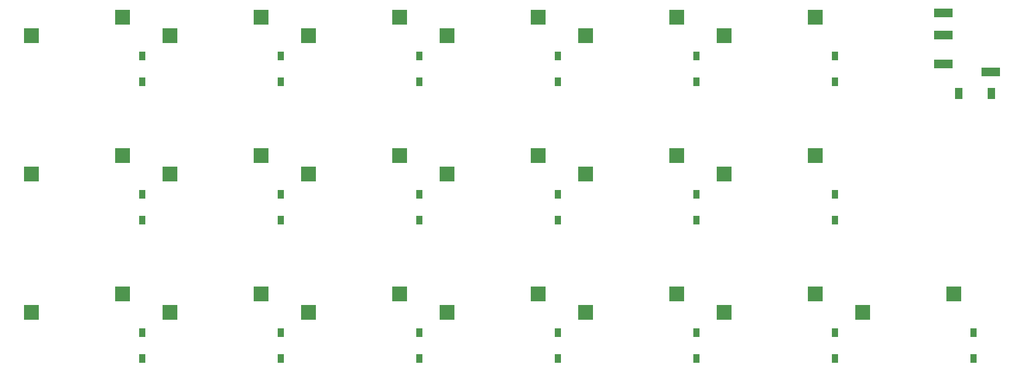
<source format=gbr>
G04 #@! TF.GenerationSoftware,KiCad,Pcbnew,(5.1.7)-1*
G04 #@! TF.CreationDate,2021-01-25T07:56:41+09:00*
G04 #@! TF.ProjectId,pisces,70697363-6573-42e6-9b69-6361645f7063,rev?*
G04 #@! TF.SameCoordinates,Original*
G04 #@! TF.FileFunction,Paste,Bot*
G04 #@! TF.FilePolarity,Positive*
%FSLAX46Y46*%
G04 Gerber Fmt 4.6, Leading zero omitted, Abs format (unit mm)*
G04 Created by KiCad (PCBNEW (5.1.7)-1) date 2021-01-25 07:56:41*
%MOMM*%
%LPD*%
G01*
G04 APERTURE LIST*
%ADD10R,2.000000X2.000000*%
%ADD11R,0.950000X1.300000*%
%ADD12R,2.500000X1.200000*%
%ADD13R,1.100000X1.600000*%
G04 APERTURE END LIST*
D10*
X138350000Y-47460000D03*
X150850000Y-44920000D03*
D11*
X58293000Y-50231500D03*
X58293000Y-53781500D03*
X58293000Y-72831500D03*
X58293000Y-69281500D03*
X58293000Y-88331500D03*
X58293000Y-91881500D03*
X96393000Y-53781500D03*
X96393000Y-50231500D03*
X96393000Y-69281500D03*
X96393000Y-72831500D03*
X115443000Y-53781500D03*
X115443000Y-50231500D03*
X115443000Y-69281500D03*
X115443000Y-72831500D03*
X115443000Y-88331500D03*
X115443000Y-91881500D03*
X134493000Y-72831500D03*
X134493000Y-69281500D03*
X134493000Y-88331500D03*
X134493000Y-91881500D03*
X153543000Y-72831500D03*
X153543000Y-69281500D03*
X153543000Y-91881500D03*
X153543000Y-88331500D03*
D10*
X43100000Y-47460000D03*
X55600000Y-44920000D03*
X55600000Y-63970000D03*
X43100000Y-66510000D03*
X43100000Y-85560000D03*
X55600000Y-83020000D03*
X74650000Y-44920000D03*
X62150000Y-47460000D03*
X74650000Y-63970000D03*
X62150000Y-66510000D03*
X62150000Y-85560000D03*
X74650000Y-83020000D03*
X93700000Y-44920000D03*
X81200000Y-47460000D03*
X81200000Y-66510000D03*
X93700000Y-63970000D03*
X81200000Y-85560000D03*
X93700000Y-83020000D03*
X100250000Y-47460000D03*
X112750000Y-44920000D03*
X112750000Y-63970000D03*
X100250000Y-66510000D03*
X100250000Y-85560000D03*
X112750000Y-83020000D03*
X131800000Y-44920000D03*
X119300000Y-47460000D03*
X131800000Y-63970000D03*
X119300000Y-66510000D03*
X131800000Y-83020000D03*
X119300000Y-85560000D03*
X150850000Y-63970000D03*
X138350000Y-66510000D03*
X138350000Y-85560000D03*
X150850000Y-83020000D03*
X157400000Y-85560000D03*
X169900000Y-83020000D03*
D12*
X168454000Y-47313000D03*
X168454000Y-44313000D03*
X174954000Y-52413000D03*
X168454000Y-51313000D03*
D13*
X170597000Y-55372000D03*
X175097000Y-55372000D03*
D11*
X77342999Y-53781500D03*
X77342999Y-50231500D03*
X77342999Y-69281500D03*
X77342999Y-72831500D03*
X77342999Y-91881500D03*
X77342999Y-88331500D03*
X96393000Y-88331500D03*
X96393000Y-91881500D03*
X134493000Y-53781500D03*
X134493000Y-50231500D03*
X153543000Y-53781500D03*
X153543000Y-50231500D03*
X172593000Y-88331500D03*
X172593000Y-91881500D03*
M02*

</source>
